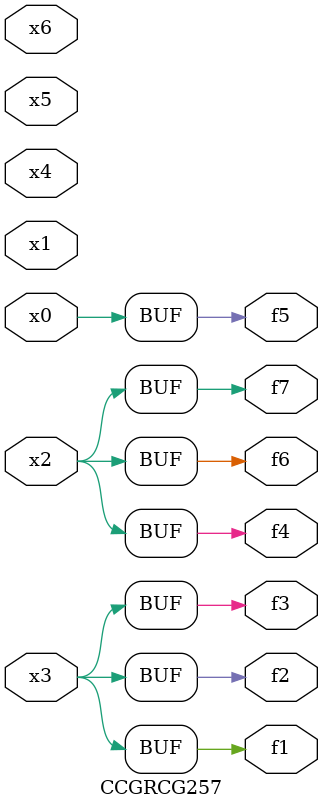
<source format=v>
module CCGRCG257(
	input x0, x1, x2, x3, x4, x5, x6,
	output f1, f2, f3, f4, f5, f6, f7
);
	assign f1 = x3;
	assign f2 = x3;
	assign f3 = x3;
	assign f4 = x2;
	assign f5 = x0;
	assign f6 = x2;
	assign f7 = x2;
endmodule

</source>
